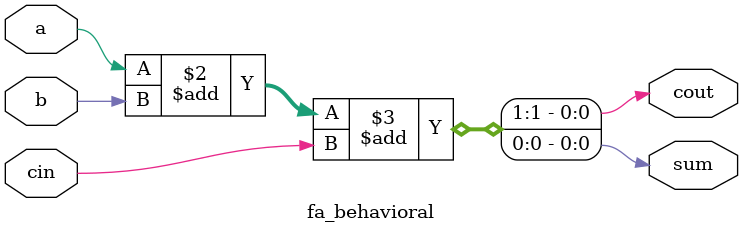
<source format=v>
module fa_behavioral(
    input a, b, cin,
    output reg sum, cout
);
    always @(*) begin
        {cout, sum} = a + b + cin;
    end
endmodule

</source>
